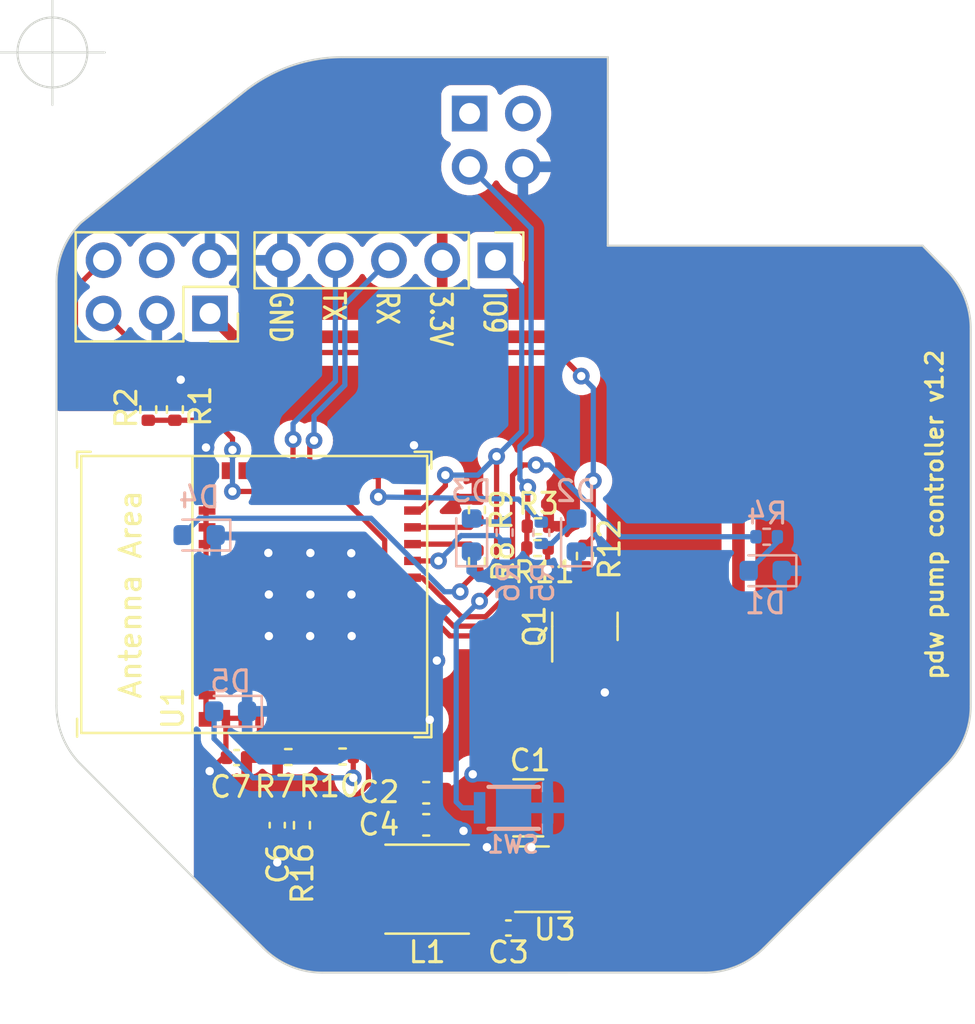
<source format=kicad_pcb>
(kicad_pcb (version 20240108) (generator "pcbnew") (generator_version "8.0")
  (layers (0 "F.Cu" signal) (31 "B.Cu" signal) (34 "B.Paste" user) (35 "F.Paste" user) (36 "B.SilkS" user "B.Silkscreen") (37 "F.SilkS" user "F.Silkscreen") (38 "B.Mask" user) (39 "F.Mask" user) (44 "Edge.Cuts" user))
  (net 0 "")
  (net 1 "GND")
  (net 2 "Net-(U3-BST)")
  (net 3 "Net-(U3-SW)")
  (net 4 "Net-(U1-EN{slash}CHIP_PU)")
  (net 5 "Net-(D1-A)")
  (net 6 "Net-(D2-A)")
  (net 7 "Net-(D3-A)")
  (net 8 "Net-(D4-A)")
  (net 9 "Net-(D5-A)")
  (net 12 "Net-(Q1-D)")
  (net 13 "Net-(U1-GPIO2{slash}ADC1_CH2)")
  (net 14 "Net-(U1-GPIO8)")
  (net 17 "+3.3V")
  (net 20 "/GPIO9")
  (net 21 "+12V")
  (net 22 "/MOTOR_TEMP")
  (net 23 "/MOTOR")
  (net 24 "+5V")
  (net 25 "/GPIO0")
  (net 26 "/U0RXD")
  (net 27 "/U0TXD")
  (net 28 "/MOTOR_IO")
  (net 29 "/MOTOR_TEMP_3_3")
  (net 35 "/LED1")
  (net 36 "/LED2")
  (net 37 "/LED3")
  (net 38 "/LED4")
  (net 39 "/LED5")
  (net 42 "/PIPE_TEMP")
  (footprint "Resistor_SMD:R_0402_1005Metric" (layer "F.Cu") (at 206.82 112.89 90)
    (property "Reference" "R12" (at 0.325 1.175 90) (layer "F.SilkS"))
    (property "Value" "680R")
    (pad "1" smd roundrect (at -0.51 0 90) (size 0.54 0.64) (layers "F.Cu" "F.Paste" "F.Mask") (net 12 "Net-(Q1-D)"))
    (pad "2" smd roundrect (at 0.51 0 90) (size 0.54 0.64) (layers "F.Cu" "F.Paste" "F.Mask") (net 23 "/MOTOR"))
  )
  (footprint "Package_TO_SOT_SMD:TSOT-23-6" (layer "F.Cu") (at 204.295 128.29 180)
    (property "Reference" "U3" (at -1.0875 -2.4 0) (layer "F.SilkS"))
    (property "Value" "AP63203WU")
    (pad "1" smd roundrect (at -1.1375 -0.95 180) (size 1.325 0.6) (layers "F.Cu" "F.Paste" "F.Mask") (net 17 "+3.3V"))
    (pad "2" smd roundrect (at -1.1375 0 180) (size 1.325 0.6) (layers "F.Cu" "F.Paste" "F.Mask") (net 21 "+12V"))
    (pad "3" smd roundrect (at -1.1375 0.95 180) (size 1.325 0.6) (layers "F.Cu" "F.Paste" "F.Mask") (net 21 "+12V"))
    (pad "4" smd roundrect (at 1.1375 0.95 180) (size 1.325 0.6) (layers "F.Cu" "F.Paste" "F.Mask") (net 1 "GND"))
    (pad "5" smd roundrect (at 1.1375 0 180) (size 1.325 0.6) (layers "F.Cu" "F.Paste" "F.Mask") (net 3 "Net-(U3-SW)"))
    (pad "6" smd roundrect (at 1.1375 -0.95 180) (size 1.325 0.6) (layers "F.Cu" "F.Paste" "F.Mask") (net 2 "Net-(U3-BST)"))
  )
  (footprint "Resistor_SMD:R_0402_1005Metric" (layer "F.Cu") (at 204.58 111.47 180)
    (property "Reference" "R3" (at -0.025 1.075 0) (layer "F.SilkS"))
    (property "Value" "10K")
    (pad "1" smd roundrect (at -0.51 0 180) (size 0.54 0.64) (layers "F.Cu" "F.Paste" "F.Mask") (net 17 "+3.3V"))
    (pad "2" smd roundrect (at 0.51 0 180) (size 0.54 0.64) (layers "F.Cu" "F.Paste" "F.Mask") (net 42 "/PIPE_TEMP"))
  )
  (footprint "Resistor_SMD:R_0402_1005Metric" (layer "F.Cu") (at 204.56 112.51)
    (property "Reference" "R11" (at 0.325 1.15 180) (layer "F.SilkS"))
    (property "Value" "DNF")
    (pad "1" smd roundrect (at -0.51 0) (size 0.54 0.64) (layers "F.Cu" "F.Paste" "F.Mask") (net 42 "/PIPE_TEMP"))
    (pad "2" smd roundrect (at 0.51 0) (size 0.54 0.64) (layers "F.Cu" "F.Paste" "F.Mask") (net 1 "GND"))
  )
  (footprint "Package_TO_SOT_SMD:SOT-23" (layer "F.Cu") (at 206.82 116.24 90)
    (property "Reference" "Q1" (at 0 -2.4 90) (layer "F.SilkS"))
    (property "Value" "AO3400A")
    (pad "1" smd roundrect (at -0.9375 -0.95 90) (size 1.475 0.6) (layers "F.Cu" "F.Paste" "F.Mask") (net 28 "/MOTOR_IO"))
    (pad "2" smd roundrect (at -0.9375 0.95 90) (size 1.475 0.6) (layers "F.Cu" "F.Paste" "F.Mask") (net 1 "GND"))
    (pad "3" smd roundrect (at 0.9375 0 90) (size 1.475 0.6) (layers "F.Cu" "F.Paste" "F.Mask") (net 12 "Net-(Q1-D)"))
  )
  (footprint "Capacitor_SMD:C_1210_3225Metric" (layer "F.Cu") (at 204.12 124.89 180)
    (property "Reference" "C1" (at -0.0875 2.2625 0) (layer "F.SilkS"))
    (property "Value" "10u")
    (pad "1" smd roundrect (at -1.475 0 180) (size 1.15 2.7) (layers "F.Cu" "F.Paste" "F.Mask") (roundrect_rratio 0.2173913043) (net 21 "+12V"))
    (pad "2" smd roundrect (at 1.475 0 180) (size 1.15 2.7) (layers "F.Cu" "F.Paste" "F.Mask") (roundrect_rratio 0.2173913043) (net 1 "GND"))
  )
  (footprint "Connector_PinSocket_2.54mm:PinSocket_2x03_P2.54mm_Vertical" (layer "F.Cu") (at 188.9384 101.3306 -90)
    (property "Reference" "J1" (hide yes))
    (property "Value" "Conn_02x03_Odd_Even" (hide yes))
    (pad "1" thru_hole rect (at 0 0 270) (size 1.7 1.7) (drill 1) (layers "*.Cu" "*.Mask") (net 21 "+12V"))
    (pad "2" thru_hole oval (at -2.54 0 270) (size 1.7 1.7) (drill 1) (layers "*.Cu" "*.Mask") (net 1 "GND"))
    (pad "3" thru_hole oval (at 0 2.54 270) (size 1.7 1.7) (drill 1) (layers "*.Cu" "*.Mask") (net 1 "GND"))
    (pad "4" thru_hole oval (at -2.54 2.54 270) (size 1.7 1.7) (drill 1) (layers "*.Cu" "*.Mask") (net 24 "+5V"))
    (pad "5" thru_hole oval (at 0 5.08 270) (size 1.7 1.7) (drill 1) (layers "*.Cu" "*.Mask") (net 23 "/MOTOR"))
    (pad "6" thru_hole oval (at -2.54 5.08 270) (size 1.7 1.7) (drill 1) (layers "*.Cu" "*.Mask") (net 22 "/MOTOR_TEMP"))
  )
  (footprint "Espressif:ESP32-C3-MINI-1" (layer "F.Cu") (at 193.6966 114.7218 90)
    (property "Reference" "U1" (at -5.4182 -6.5266 90) (layer "F.SilkS"))
    (property "Value" "ESP32-C3-MINI-1" (hide yes))
    (fp_text user "Antenna Area" (at 0 -8.55 90) (layer "F.SilkS"))
    (pad "1" smd rect (at -5.9 -4 180) (size 0.4 0.8) (layers "F.Cu" "F.Paste" "F.Mask") (net 1 "GND"))
    (pad "2" smd rect (at -5.9 -3.2 180) (size 0.4 0.8) (layers "F.Cu" "F.Paste" "F.Mask") (net 1 "GND"))
    (pad "3" smd rect (at -5.9 -2.4 180) (size 0.4 0.8) (layers "F.Cu" "F.Paste" "F.Mask") (net 17 "+3.3V"))
    (pad "4" smd rect (at -5.9 -1.6 180) (size 0.4 0.8) (layers "F.Cu" "F.Paste" "F.Mask"))
    (pad "5" smd rect (at -5.9 -0.8 180) (size 0.4 0.8) (layers "F.Cu" "F.Paste" "F.Mask") (net 13 "Net-(U1-GPIO2{slash}ADC1_CH2)"))
    (pad "6" smd rect (at -5.9 0 180) (size 0.4 0.8) (layers "F.Cu" "F.Paste" "F.Mask") (net 39 "/LED5"))
    (pad "7" smd rect (at -5.9 0.8 180) (size 0.4 0.8) (layers "F.Cu" "F.Paste" "F.Mask"))
    (pad "8" smd rect (at -5.9 1.6 180) (size 0.4 0.8) (layers "F.Cu" "F.Paste" "F.Mask") (net 4 "Net-(U1-EN{slash}CHIP_PU)"))
    (pad "9" smd rect (at -5.9 2.4 180) (size 0.4 0.8) (layers "F.Cu" "F.Paste" "F.Mask"))
    (pad "10" smd rect (at -5.9 3.2 180) (size 0.4 0.8) (layers "F.Cu" "F.Paste" "F.Mask"))
    (pad "11" smd rect (at -5.9 4 180) (size 0.4 0.8) (layers "F.Cu" "F.Paste" "F.Mask") (net 1 "GND"))
    (pad "12" smd rect (at -4.8 4.9 90) (size 0.4 0.8) (layers "F.Cu" "F.Paste" "F.Mask") (net 25 "/GPIO0"))
    (pad "13" smd rect (at -4 4.9 90) (size 0.4 0.8) (layers "F.Cu" "F.Paste" "F.Mask") (net 29 "/MOTOR_TEMP_3_3"))
    (pad "14" smd rect (at -3.2 4.9 90) (size 0.4 0.8) (layers "F.Cu" "F.Paste" "F.Mask") (net 1 "GND"))
    (pad "15" smd rect (at -2.4 4.9 90) (size 0.4 0.8) (layers "F.Cu" "F.Paste" "F.Mask"))
    (pad "16" smd rect (at -1.6 4.9 90) (size 0.4 0.8) (layers "F.Cu" "F.Paste" "F.Mask") (net 28 "/MOTOR_IO"))
    (pad "17" smd rect (at -0.8 4.9 90) (size 0.4 0.8) (layers "F.Cu" "F.Paste" "F.Mask"))
    (pad "18" smd rect (at 0 4.9 90) (size 0.4 0.8) (layers "F.Cu" "F.Paste" "F.Mask") (net 42 "/PIPE_TEMP"))
    (pad "19" smd rect (at 0.8 4.9 90) (size 0.4 0.8) (layers "F.Cu" "F.Paste" "F.Mask") (net 35 "/LED1"))
    (pad "20" smd rect (at 1.6 4.9 90) (size 0.4 0.8) (layers "F.Cu" "F.Paste" "F.Mask") (net 37 "/LED3"))
    (pad "21" smd rect (at 2.4 4.9 90) (size 0.4 0.8) (layers "F.Cu" "F.Paste" "F.Mask") (net 38 "/LED4"))
    (pad "22" smd rect (at 3.2 4.9 90) (size 0.4 0.8) (layers "F.Cu" "F.Paste" "F.Mask") (net 14 "Net-(U1-GPIO8)"))
    (pad "23" smd rect (at 4 4.9 90) (size 0.4 0.8) (layers "F.Cu" "F.Paste" "F.Mask") (net 20 "/GPIO9"))
    (pad "24" smd rect (at 4.8 4.9 90) (size 0.4 0.8) (layers "F.Cu" "F.Paste" "F.Mask"))
    (pad "25" smd rect (at 5.9 4 180) (size 0.4 0.8) (layers "F.Cu" "F.Paste" "F.Mask"))
    (pad "26" smd rect (at 5.9 3.2 180) (size 0.4 0.8) (layers "F.Cu" "F.Paste" "F.Mask") (net 36 "/LED2"))
    (pad "27" smd rect (at 5.9 2.4 180) (size 0.4 0.8) (layers "F.Cu" "F.Paste" "F.Mask"))
    (pad "28" smd rect (at 5.9 1.6 180) (size 0.4 0.8) (layers "F.Cu" "F.Paste" "F.Mask"))
    (pad "29" smd rect (at 5.9 0.8 180) (size 0.4 0.8) (layers "F.Cu" "F.Paste" "F.Mask"))
    (pad "30" smd rect (at 5.9 0 180) (size 0.4 0.8) (layers "F.Cu" "F.Paste" "F.Mask") (net 26 "/U0RXD"))
    (pad "31" smd rect (at 5.9 -0.8 180) (size 0.4 0.8) (layers "F.Cu" "F.Paste" "F.Mask") (net 27 "/U0TXD"))
    (pad "32" smd rect (at 5.9 -1.6 180) (size 0.4 0.8) (layers "F.Cu" "F.Paste" "F.Mask"))
    (pad "33" smd rect (at 5.9 -2.4 180) (size 0.4 0.8) (layers "F.Cu" "F.Paste" "F.Mask"))
    (pad "34" smd rect (at 5.9 -3.2 180) (size 0.4 0.8) (layers "F.Cu" "F.Paste" "F.Mask"))
    (pad "35" smd rect (at 5.9 -4 180) (size 0.4 0.8) (layers "F.Cu" "F.Paste" "F.Mask"))
    (pad "36" smd rect (at -5.95 -4.95 180) (size 0.7 0.7) (layers "F.Cu" "F.Paste" "F.Mask") (net 1 "GND"))
    (pad "36" smd rect (at -5.95 4.95 180) (size 0.7 0.7) (layers "F.Cu" "F.Paste" "F.Mask") (net 1 "GND"))
    (pad "36" smd rect (at -4.8 -4.9 90) (size 0.4 0.8) (layers "F.Cu" "F.Paste" "F.Mask") (net 1 "GND"))
    (pad "36" smd rect (at -4 -4.9 90) (size 0.4 0.8) (layers "F.Cu" "F.Paste" "F.Mask") (net 1 "GND"))
    (pad "36" smd rect (at -3.2 -4.9 90) (size 0.4 0.8) (layers "F.Cu" "F.Paste" "F.Mask") (net 1 "GND"))
    (pad "36" smd rect (at -2.4 -4.9 90) (size 0.4 0.8) (layers "F.Cu" "F.Paste" "F.Mask") (net 1 "GND"))
    (pad "36" smd custom (at -1.975 -1.975 90) (size 0.8 0.8) (layers "F.Cu" "F.Paste" "F.Mask") (net 1 "GND") (options (clearance outline) (anchor rect)) (primitives (gr_poly (pts (xy 0.725 0.725) (xy -0.725 0.725) (xy -0.725 -0.125) (xy -0.125 -0.725) (xy 0.725 -0.725)) (width 0) (fill yes))))
    (pad "36" smd rect (at -1.975 0 180) (size 1.45 1.45) (layers "F.Cu" "F.Paste" "F.Mask") (net 1 "GND"))
    (pad "36" smd rect (at -1.975 1.975 180) (size 1.45 1.45) (layers "F.Cu" "F.Paste" "F.Mask") (net 1 "GND"))
    (pad "36" smd rect (at -1.6 -4.9 90) (size 0.4 0.8) (layers "F.Cu" "F.Paste" "F.Mask") (net 1 "GND"))
    (pad "36" smd rect (at -0.8 -4.9 90) (size 0.4 0.8) (layers "F.Cu" "F.Paste" "F.Mask") (net 1 "GND"))
    (pad "36" smd rect (at 0 -4.9 90) (size 0.4 0.8) (layers "F.Cu" "F.Paste" "F.Mask") (net 1 "GND"))
    (pad "36" smd rect (at 0 -1.975 180) (size 1.45 1.45) (layers "F.Cu" "F.Paste" "F.Mask") (net 1 "GND"))
    (pad "36" smd rect (at 0 0 180) (size 1.45 1.45) (layers "F.Cu" "F.Paste" "F.Mask") (net 1 "GND"))
    (pad "36" smd rect (at 0 1.975 180) (size 1.45 1.45) (layers "F.Cu" "F.Paste" "F.Mask") (net 1 "GND"))
    (pad "36" smd rect (at 0.8 -4.9 90) (size 0.4 0.8) (layers "F.Cu" "F.Paste" "F.Mask") (net 1 "GND"))
    (pad "36" smd rect (at 1.6 -4.9 90) (size 0.4 0.8) (layers "F.Cu" "F.Paste" "F.Mask") (net 1 "GND"))
    (pad "36" smd rect (at 1.975 -1.975 180) (size 1.45 1.45) (layers "F.Cu" "F.Paste" "F.Mask") (net 1 "GND"))
    (pad "36" smd rect (at 1.975 0 180) (size 1.45 1.45) (layers "F.Cu" "F.Paste" "F.Mask") (net 1 "GND"))
    (pad "36" smd rect (at 1.975 1.975 180) (size 1.45 1.45) (layers "F.Cu" "F.Paste" "F.Mask") (net 1 "GND"))
    (pad "36" smd rect (at 2.4 -4.9 90) (size 0.4 0.8) (layers "F.Cu" "F.Paste" "F.Mask") (net 1 "GND"))
    (pad "36" smd rect (at 3.2 -4.9 90) (size 0.4 0.8) (layers "F.Cu" "F.Paste" "F.Mask") (net 1 "GND"))
    (pad "36" smd rect (at 4 -4.9 90) (size 0.4 0.8) (layers "F.Cu" "F.Paste" "F.Mask") (net 1 "GND"))
    (pad "36" smd rect (at 4.8 -4.9 90) (size 0.4 0.8) (layers "F.Cu" "F.Paste" "F.Mask") (net 1 "GND"))
    (pad "36" smd rect (at 5.95 -4.95 180) (size 0.7 0.7) (layers "F.Cu" "F.Paste" "F.Mask") (net 1 "GND"))
    (pad "36" smd rect (at 5.95 4.95 180) (size 0.7 0.7) (layers "F.Cu" "F.Paste" "F.Mask") (net 1 "GND"))
  )
  (footprint "Connector_PinHeader_2.54mm:PinHeader_2x02_P2.54mm_Horizontal" (layer "F.Cu") (at 201.32 91.8)
    (property "Reference" "J3" (hide yes))
    (property "Value" "Conn_02x02_Odd_Even" (hide yes))
    (pad "1" thru_hole rect (at 0 0) (size 1.7 1.7) (drill 1) (layers "*.Cu" "*.Mask"))
    (pad "2" thru_hole oval (at 2.54 0) (size 1.7 1.7) (drill 1) (layers "*.Cu" "*.Mask"))
    (pad "3" thru_hole oval (at 0 2.54) (size 1.7 1.7) (drill 1) (layers "*.Cu" "*.Mask") (net 42 "/PIPE_TEMP"))
    (pad "4" thru_hole oval (at 2.54 2.54) (size 1.7 1.7) (drill 1) (layers "*.Cu" "*.Mask") (net 1 "GND"))
  )
  (footprint "Resistor_SMD:R_0402_1005Metric" (layer "F.Cu") (at 185.992 105.908 -90)
    (property "Reference" "R1" (at -0.16 -2.48 90) (layer "F.SilkS"))
    (property "Value" "10k")
    (pad "1" smd roundrect (at -0.51 0 270) (size 0.54 0.64) (layers "F.Cu" "F.Paste" "F.Mask") (net 22 "/MOTOR_TEMP"))
    (pad "2" smd roundrect (at 0.51 0 270) (size 0.54 0.64) (layers "F.Cu" "F.Paste" "F.Mask") (net 29 "/MOTOR_TEMP_3_3"))
  )
  (footprint "Resistor_SMD:R_0402_1005Metric" (layer "F.Cu") (at 195.263 122.4434)
    (property "Reference" "R10" (at -0.633 1.4166 0) (layer "F.SilkS"))
    (property "Value" "68R")
    (pad "1" smd roundrect (at -0.51 0) (size 0.54 0.64) (layers "F.Cu" "F.Paste" "F.Mask") (net 39 "/LED5"))
    (pad "2" smd roundrect (at 0.51 0) (size 0.54 0.64) (layers "F.Cu" "F.Paste" "F.Mask") (net 9 "Net-(D5-A)"))
  )
  (footprint "Resistor_SMD:R_0402_1005Metric" (layer "F.Cu") (at 192.6722 122.4688)
    (property "Reference" "R7" (at -0.6222 1.4112 0) (layer "F.SilkS"))
    (property "Value" "10K")
    (pad "1" smd roundrect (at -0.51 0) (size 0.54 0.64) (layers "F.Cu" "F.Paste" "F.Mask") (net 17 "+3.3V"))
    (pad "2" smd roundrect (at 0.51 0) (size 0.54 0.64) (layers "F.Cu" "F.Paste" "F.Mask") (net 13 "Net-(U1-GPIO2{slash}ADC1_CH2)"))
  )
  (footprint "Connector_PinHeader_2.54mm:PinHeader_1x05_P2.54mm_Vertical" (layer "F.Cu") (at 202.5528 98.796 -90)
    (property "Reference" "J2" (hide yes))
    (property "Value" "Conn_01x05_Male" (hide yes))
    (pad "1" thru_hole rect (at 0 0 270) (size 1.7 1.7) (drill 1) (layers "*.Cu" "*.Mask") (net 20 "/GPIO9"))
    (pad "2" thru_hole oval (at 0 2.54 270) (size 1.7 1.7) (drill 1) (layers "*.Cu" "*.Mask") (net 17 "+3.3V"))
    (pad "3" thru_hole oval (at 0 5.08 270) (size 1.7 1.7) (drill 1) (layers "*.Cu" "*.Mask") (net 26 "/U0RXD"))
    (pad "4" thru_hole oval (at 0 7.62 270) (size 1.7 1.7) (drill 1) (layers "*.Cu" "*.Mask") (net 27 "/U0TXD"))
    (pad "5" thru_hole oval (at 0 10.16 270) (size 1.7 1.7) (drill 1) (layers "*.Cu" "*.Mask") (net 1 "GND"))
  )
  (footprint "Capacitor_SMD:C_0603_1608Metric" (layer "F.Cu") (at 199.25 125.7)
    (property "Reference" "C4" (at -2.26 -0.01 0) (layer "F.SilkS"))
    (property "Value" "22u")
    (pad "1" smd roundrect (at -0.775 0) (size 0.9 0.95) (layers "F.Cu" "F.Paste" "F.Mask") (net 17 "+3.3V"))
    (pad "2" smd roundrect (at 0.775 0) (size 0.9 0.95) (layers "F.Cu" "F.Paste" "F.Mask") (net 1 "GND"))
  )
  (footprint "Capacitor_SMD:C_0603_1608Metric" (layer "F.Cu") (at 199.25 124.17)
    (property "Reference" "C2" (at -2.26 -0.03 0) (layer "F.SilkS"))
    (property "Value" "22u")
    (pad "1" smd roundrect (at -0.775 0) (size 0.9 0.95) (layers "F.Cu" "F.Paste" "F.Mask") (net 17 "+3.3V"))
    (pad "2" smd roundrect (at 0.775 0) (size 0.9 0.95) (layers "F.Cu" "F.Paste" "F.Mask") (net 1 "GND"))
  )
  (footprint "Resistor_SMD:R_0402_1005Metric" (layer "F.Cu") (at 187.262 105.908 90)
    (property "Reference" "R2" (at 0.08 -2.32 90) (layer "F.SilkS"))
    (property "Value" "10k")
    (pad "1" smd roundrect (at -0.51 0 90) (size 0.54 0.64) (layers "F.Cu" "F.Paste" "F.Mask") (net 29 "/MOTOR_TEMP_3_3"))
    (pad "2" smd roundrect (at 0.51 0 90) (size 0.54 0.64) (layers "F.Cu" "F.Paste" "F.Mask") (net 1 "GND"))
  )
  (footprint "Capacitor_SMD:C_0402_1005Metric" (layer "F.Cu") (at 192.145 125.715 -90)
    (property "Reference" "C6" (at 1.82381 -0.04 90) (layer "F.SilkS"))
    (property "Value" "10u")
    (pad "1" smd roundrect (at -0.48 0 270) (size 0.56 0.62) (layers "F.Cu" "F.Paste" "F.Mask") (net 4 "Net-(U1-EN{slash}CHIP_PU)"))
    (pad "2" smd roundrect (at 0.48 0 270) (size 0.56 0.62) (layers "F.Cu" "F.Paste" "F.Mask") (net 1 "GND"))
  )
  (footprint "Resistor_SMD:R_0402_1005Metric" (layer "F.Cu") (at 201.67 110.69 -90)
    (property "Reference" "R9" (at 0 -1.17 90) (layer "F.SilkS"))
    (property "Value" "10K")
    (pad "1" smd roundrect (at -0.51 0 270) (size 0.54 0.64) (layers "F.Cu" "F.Paste" "F.Mask") (net 17 "+3.3V"))
    (pad "2" smd roundrect (at 0.51 0 270) (size 0.54 0.64) (layers "F.Cu" "F.Paste" "F.Mask") (net 14 "Net-(U1-GPIO8)"))
  )
  (footprint "Capacitor_SMD:C_0402_1005Metric" (layer "F.Cu") (at 203.17 130.615 180)
    (property "Reference" "C3" (at 0 -1.16 0) (layer "F.SilkS"))
    (property "Value" "10u")
    (pad "1" smd roundrect (at -0.48 0 180) (size 0.56 0.62) (layers "F.Cu" "F.Paste" "F.Mask") (net 2 "Net-(U3-BST)"))
    (pad "2" smd roundrect (at 0.48 0 180) (size 0.56 0.62) (layers "F.Cu" "F.Paste" "F.Mask") (net 3 "Net-(U3-SW)"))
  )
  (footprint "Resistor_SMD:R_0402_1005Metric" (layer "F.Cu") (at 193.322 125.7198 90)
    (property "Reference" "R16" (at -2.3 0.02 90) (layer "F.SilkS"))
    (property "Value" "10K")
    (pad "1" smd roundrect (at -0.51 0 90) (size 0.54 0.64) (layers "F.Cu" "F.Paste" "F.Mask") (net 17 "+3.3V"))
    (pad "2" smd roundrect (at 0.51 0 90) (size 0.54 0.64) (layers "F.Cu" "F.Paste" "F.Mask") (net 4 "Net-(U1-EN{slash}CHIP_PU)"))
  )
  (footprint "Capacitor_SMD:C_0402_1005Metric" (layer "F.Cu") (at 190.2084 122.4942 180)
    (property "Reference" "C7" (at 0.2884 -1.3958 0) (layer "F.SilkS"))
    (property "Value" "100n")
    (pad "1" smd roundrect (at -0.48 0 180) (size 0.56 0.62) (layers "F.Cu" "F.Paste" "F.Mask") (net 17 "+3.3V"))
    (pad "2" smd roundrect (at 0.48 0 180) (size 0.56 0.62) (layers "F.Cu" "F.Paste" "F.Mask") (net 1 "GND"))
  )
  (footprint "Inductor_SMD:L_Abracon_ASPI-4030S" (layer "F.Cu") (at 199.295 128.765 180)
    (property "Reference" "L1" (at 0 -3 0) (layer "F.SilkS"))
    (property "Value" "4.7uH")
    (pad "1" smd roundrect (at -1.5 0 180) (size 1.1 3.4) (layers "F.Cu" "F.Paste" "F.Mask") (roundrect_rratio 0.1) (net 3 "Net-(U3-SW)"))
    (pad "2" smd roundrect (at 1.5 0 180) (size 1.1 3.4) (layers "F.Cu" "F.Paste" "F.Mask") (roundrect_rratio 0.1) (net 17 "+3.3V"))
  )
  (footprint "Resistor_SMD:R_0402_1005Metric" (layer "F.Cu") (at 201.67 113.14 -90)
    (property "Reference" "R8" (at 0 -1.25 90) (layer "F.SilkS"))
    (property "Value" "4R7")
    (pad "1" smd roundrect (at -0.51 0 270) (size 0.54 0.64) (layers "F.Cu" "F.Paste" "F.Mask") (net 38 "/LED4"))
    (pad "2" smd roundrect (at 0.51 0 270) (size 0.54 0.64) (layers "F.Cu" "F.Paste" "F.Mask") (net 8 "Net-(D4-A)"))
  )
  (footprint "Resistor_SMD:R_0402_1005Metric" (layer "B.Cu") (at 204.74 111.78 -90)
    (property "Reference" "R5" (at 2.36 -0.086 -90) (layer "B.SilkS") (effects (justify mirror)))
    (property "Value" "4R7")
    (pad "1" smd roundrect (at -0.51 0 270) (size 0.54 0.64) (layers "B.Cu" "B.Paste" "B.Mask") (net 36 "/LED2"))
    (pad "2" smd roundrect (at 0.51 0 270) (size 0.54 0.64) (layers "B.Cu" "B.Paste" "B.Mask") (net 6 "Net-(D2-A)"))
  )
  (footprint "LED_SMD:LED_0603_1608Metric" (layer "B.Cu") (at 188.42 111.89 180)
    (property "Reference" "D4" (at 0 1.8 0) (layer "B.SilkS") (effects (justify mirror)))
    (property "Value" "LED")
    (pad "1" smd roundrect (at -0.7875 0 180) (size 0.875 0.95) (layers "B.Cu" "B.Paste" "B.Mask") (net 1 "GND"))
    (pad "2" smd roundrect (at 0.7875 0 180) (size 0.875 0.95) (layers "B.Cu" "B.Paste" "B.Mask") (net 8 "Net-(D4-A)"))
  )
  (footprint "Resistor_SMD:R_0402_1005Metric" (layer "B.Cu") (at 215.49 111.97)
    (property "Reference" "R4" (at 0.02 -1.11 0) (layer "B.SilkS") (effects (justify mirror)))
    (property "Value" "4R7")
    (pad "1" smd roundrect (at -0.51 0) (size 0.54 0.64) (layers "B.Cu" "B.Paste" "B.Mask") (net 35 "/LED1"))
    (pad "2" smd roundrect (at 0.51 0) (size 0.54 0.64) (layers "B.Cu" "B.Paste" "B.Mask") (net 5 "Net-(D1-A)"))
  )
  (footprint "LED_SMD:LED_0603_1608Metric" (layer "B.Cu") (at 201.42 111.89 90)
    (property "Reference" "D3" (at 2.09 -0.01 180) (layer "B.SilkS") (effects (justify mirror)))
    (property "Value" "LED")
    (pad "1" smd roundrect (at -0.7875 0 90) (size 0.875 0.95) (layers "B.Cu" "B.Paste" "B.Mask") (net 1 "GND"))
    (pad "2" smd roundrect (at 0.7875 0 90) (size 0.875 0.95) (layers "B.Cu" "B.Paste" "B.Mask") (net 7 "Net-(D3-A)"))
  )
  (footprint "LED_SMD:LED_0603_1608Metric" (layer "B.Cu") (at 215.42 113.59 180)
    (property "Reference" "D1" (at -0.01 -1.55 0) (layer "B.SilkS") (effects (justify mirror)))
    (property "Value" "LED")
    (pad "1" smd roundrect (at -0.7875 0 180) (size 0.875 0.95) (layers "B.Cu" "B.Paste" "B.Mask") (net 1 "GND"))
    (pad "2" smd roundrect (at 0.7875 0 180) (size 0.875 0.95) (layers "B.Cu" "B.Paste" "B.Mask") (net 5 "Net-(D1-A)"))
  )
  (footprint "LED_SMD:LED_0603_1608Metric" (layer "B.Cu") (at 189.92 120.29 180)
    (property "Reference" "D5" (at 0 1.43 0) (layer "B.SilkS") (effects (justify mirror)))
    (property "Value" "LED")
    (pad "1" smd roundrect (at -0.7875 0 180) (size 0.875 0.95) (layers "B.Cu" "B.Paste" "B.Mask") (net 1 "GND"))
    (pad "2" smd roundrect (at 0.7875 0 180) (size 0.875 0.95) (layers "B.Cu" "B.Paste" "B.Mask") (net 9 "Net-(D5-A)"))
  )
  (footprint "LED_SMD:LED_0603_1608Metric" (layer "B.Cu") (at 206.42 111.89 90)
    (property "Reference" "D2" (at 2.1 -0.02 180) (layer "B.SilkS") (effects (justify mirror)))
    (property "Value" "LED")
    (pad "1" smd roundrect (at -0.7875 0 90) (size 0.875 0.95) (layers "B.Cu" "B.Paste" "B.Mask") (net 1 "GND"))
    (pad "2" smd roundrect (at 0.7875 0 90) (size 0.875 0.95) (layers "B.Cu" "B.Paste" "B.Mask") (net 6 "Net-(D2-A)"))
  )
  (footprint "Resistor_SMD:R_0402_1005Metric" (layer "B.Cu") (at 202.99 111.77 90)
    (property "Reference" "R6" (at -2.37 0.18 -90) (layer "B.SilkS") (effects (justify mirror)))
    (property "Value" "4R7")
    (pad "1" smd roundrect (at -0.51 0 90) (size 0.54 0.64) (layers "B.Cu" "B.Paste" "B.Mask") (net 37 "/LED3"))
    (pad "2" smd roundrect (at 0.51 0 90) (size 0.54 0.64) (layers "B.Cu" "B.Paste" "B.Mask") (net 7 "Net-(D3-A)"))
  )
  (footprint "utility-meter:TS193206BK701SMTTR67" (layer "B.Cu") (at 203.42 124.89 180)
    (property "Reference" "SW1" (at 0.025 -1.75 0) (layer "B.SilkS") (effects (font (size 0.8 0.8)) (justify mirror)))
    (property "Value" "SW_Push" (hide yes))
    (pad "1" smd rect (at -1.625 0 180) (size 0.55 1.5) (layers "B.Cu" "B.Paste" "B.Mask") (net 1 "GND"))
    (pad "2" smd rect (at 1.625 0 180) (size 0.55 1.5) (layers "B.Cu" "B.Paste" "B.Mask") (net 20 "/GPIO9"))
  )
  (gr_arc (start 190.620001 90.71649) (mid 192.810973 89.52659) (end 195.27 89.115) (stroke (width 0.1)) (layer "Edge.Cuts"))
  (gr_line (start 212.545 132.738579) (end 194.295 132.74) (stroke (width 0.1)) (layer "Edge.Cuts"))
  (gr_line (start 207.915 89.115) (end 195.27 89.115) (stroke (width 0.1)) (layer "Edge.Cuts"))
  (gr_arc (start 215.344999 131.578781) (mid 214.060349 132.437157) (end 212.545 132.738579) (stroke (width 0.1)) (layer "Edge.Cuts"))
  (gr_line (start 225.220001 102.055349) (end 225.22 120.04) (stroke (width 0.1)) (layer "Edge.Cuts"))
  (gr_line (start 207.915 89.115) (end 207.91 98.1) (stroke (width 0.1)) (layer "Edge.Cuts"))
  (gr_line (start 182.771422 122.815) (end 191.495 131.580203) (stroke (width 0.1)) (layer "Edge.Cuts"))
  (gr_line (start 224.060203 122.84) (end 215.344999 131.578781) (stroke (width 0.1)) (layer "Edge.Cuts"))
  (gr_line (start 222.928376 98.1) (end 224.060203 99.25535) (stroke (width 0.1)) (layer "Edge.Cuts"))
  (gr_arc (start 194.295 132.74) (mid 192.779651 132.438579) (end 191.495 131.580203) (stroke (width 0.1)) (layer "Edge.Cuts"))
  (gr_line (start 190.620001 90.71649) (end 182.779797 97.005349) (stroke (width 0.1)) (layer "Edge.Cuts"))
  (gr_arc (start 182.771422 122.815) (mid 181.913046 121.53035) (end 181.611624 120.015001) (stroke (width 0.1)) (layer "Edge.Cuts"))
  (gr_arc (start 181.62 99.805349) (mid 181.921421 98.29) (end 182.779797 97.005349) (stroke (width 0.1)) (layer "Edge.Cuts"))
  (gr_arc (start 225.22 120.04) (mid 224.918579 121.555349) (end 224.060203 122.84) (stroke (width 0.1)) (layer "Edge.Cuts"))
  (gr_arc (start 224.060203 99.25535) (mid 224.918579 100.54) (end 225.220001 102.055349) (stroke (width 0.1)) (layer "Edge.Cuts"))
  (gr_line (start 207.91 98.1) (end 222.928376 98.1) (stroke (width 0.1)) (layer "Edge.Cuts"))
  (gr_line (start 181.62 99.805349) (end 181.611624 120.015001) (stroke (width 0.1)) (layer "Edge.Cuts"))
  (gr_text "RX" (at 197.402 101.075676 270) (layer "F.SilkS") (effects (font (size 1 0.8))))
  (gr_text "IO9" (at 202.502 101.2852 270) (layer "F.SilkS") (effects (font (size 1 0.8))))
  (gr_text "pdw pump controller v1.2" (at 223.97 118.865 90) (layer "F.SilkS") (effects (font (size 0.8 0.8) (thickness 0.15) (bold yes)) (justify left bottom)))
  (gr_text "3.3V" (at 199.952 101.589962 270) (layer "F.SilkS") (effects (font (size 1 0.8))))
  (gr_text "GND" (at 192.302 101.509962 270) (layer "F.SilkS") (effects (font (size 1 0.8))))
  (gr_text "TX" (at 194.852 100.980438 270) (layer "F.SilkS") (effects (font (size 1 0.8))))
  (target plus (at 181.42 88.89) (size 5) (width 0.1) (layer "Edge.Cuts"))
  (segment (start 189.6966 122.4624) (end 189.7284 122.4942) (width 0.25) (layer "F.Cu") (net 1))
  (segment (start 188.7466 107.7166) (end 188.7466 108.7718) (width 0.25) (layer "F.Cu") (net 1))
  (segment (start 199.7084 117.9218) (end 199.7588 117.8714) (width 0.25) (layer "F.Cu") (net 1))
  (segment (start 189.5658 122.4942) (end 188.92 123.14) (width 0.25) (layer "F.Cu") (net 1))
  (segment (start 198.6648 120.69) (end 198.6466 120.6718) (width 0.25) (layer "F.Cu") (net 1))
  (segment (start 198.6466 108.7718) (end 198.6466 107.6298) (width 0.25) (layer "F.Cu") (net 1))
  (segment (start 188.7966 120.6218) (end 188.7466 120.6718) (width 0.25) (layer "F.Cu") (net 1))
  (segment (start 197.6966 120.6218) (end 198.5966 120.6218) (width 0.25) (layer "F.Cu") (net 1))
  (segment (start 207.77 119.39) (end 207.77 117.1775) (width 0.25) (layer "F.Cu") (net 1))
  (segment (start 198.5966 120.6218) (end 198.6466 120.6718) (width 0.25) (layer "F.Cu") (net 1))
  (segment (start 205.045 113.54) (end 205.045 112.535) (width 0.25) (layer "F.Cu") (net 1))
  (segment (start 199.42 120.69) (end 198.6648 120.69) (width 0.25) (layer "F.Cu") (net 1))
  (segment (start 189.7284 122.4942) (end 189.5658 122.4942) (width 0.25) (layer "F.Cu") (net 1))
  (segment (start 188.7966 114.7218) (end 191.7216 114.7218) (width 0.25) (layer "F.Cu") (net 1))
  (segment (start 191.7216 112.7468) (end 191.7216 116.6968) (width 0.25) (layer "F.Cu") (net 1))
  (segment (start 192.145 127.49) (end 192.145 126.195) (width 0.25) (layer "F.Cu") (net 1))
  (segment (start 187.262 104.765) (end 187.262 105.398) (width 0.25) (layer "F.Cu") (net 1))
  (segment (start 190.4966 120.6218) (end 188.7966 120.6218) (width 0.25) (layer "F.Cu") (net 1))
  (segment (start 198.5966 117.9218) (end 199.7084 117.9218) (width 0.25) (layer "F.Cu") (net 1))
  (segment (start 189.6966 120.6218) (end 189.6966 122.4624) (width 0.25) (layer "F.Cu") (net 1))
  (segment (start 188.7466 120.6718) (end 188.7466 108.873) (width 0.25) (layer "F.Cu") (net 1))
  (segment (start 191.7216 112.7468) (end 195.6716 112.7468) (width 0.25) (layer "F.Cu") (net 1))
  (segment (start 198.6466 107.6298) (end 198.6666 107.6098) (width 0.25) (layer "F.Cu") (net 1))
  (segment (start 187.5414 104.4856) (end 187.262 104.765) (width 0.25) (layer "F.Cu") (net 1))
  (segment (start 205.045 112.535) (end 205.07 112.51) (width 0.25) (layer "F.Cu") (net 1))
  (via (at 192.145 127.49) (size 0.8) (drill 0.4) (layers "F.Cu" "B.Cu") (net 1))
  (via (at 191.72 112.74) (size 0.8) (drill 0.4) (layers "F.Cu" "B.Cu") (net 1))
  (via (at 204.27 126.765) (size 0.8) (drill 0.4) (layers "F.Cu" "B.Cu") (net 1))
  (via (at 201.47 123.29) (size 0.8) (drill 0.4) (layers "F.Cu" "B.Cu") (net 1))
  (via (at 195.6848 114.723) (size 0.8) (drill 0.4) (layers "F.Cu" "B.Cu") (net 1))
  (via (at 199.42 120.69) (size 0.8) (drill 0.4) (layers "F.Cu" "B.Cu") (net 1))
  (via (at 188.92 123.14) (size 0.8) (drill 0.4) (layers "F.Cu" "B.Cu") (net 1))
  (via (at 188.7466 107.7166) (size 0.8) (drill 0.4) (layers "F.Cu" "B.Cu") (net 1))
  (via (at 199.7588 117.8714) (size 0.8) (drill 0.4) (layers "F.Cu" "B.Cu") (net 1))
  (via (at 191.7448 114.723) (size 0.8) (drill 0.4) (layers "F.Cu" "B.Cu") (net 1))
  (via (at 193.7248 112.743) (size 0.8) (drill 0.4) (layers "F.Cu" "B.Cu") (net 1))
  (via (at 205.045 113.54) (size 0.8) (drill 0.4) (layers "F.Cu" "B.Cu") (net 1))
  (via (at 207.77 119.39) (size 0.8) (drill 0.4) (layers "F.Cu" "B.Cu") (net 1))
  (via (at 191.7448 116.703) (size 0.8) (drill 0.4) (layers "F.Cu" "B.Cu") (net 1))
  (via (at 195.6748 112.753) (size 0.8) (drill 0.4) (layers "F.Cu" "B.Cu") (net 1))
  (via (at 201.03015 125.98648) (size 0.8) (drill 0.4) (layers "F.Cu" "B.Cu") (net 1))
  (via (at 202.145 126.765) (size 0.8) (drill 0.4) (layers "F.Cu" "B.Cu") (net 1))
  (via (at 193.7148 116.703) (size 0.8) (drill 0.4) (layers "F.Cu" "B.Cu") (net 1))
  (via (at 195.6948 116.703) (size 0.8) (drill 0.4) (layers "F.Cu" "B.Cu") (net 1))
  (via (at 198.6666 107.6098) (size 0.8) (drill 0.4) (layers "F.Cu" "B.Cu") (net 1))
  (via (at 187.5414 104.4856) (size 0.8) (drill 0.4) (layers "F.Cu" "B.Cu") (net 1))
  (via (at 193.7248 114.723) (size 0.8) (drill 0.4) (layers "F.Cu" "B.Cu") (net 1))
  (segment (start 193.7248 116.693) (end 193.7148 116.703) (width 0.25) (layer "B.Cu") (net 1))
  (segment (start 203.65 129.7325) (end 203.65 130.615) (width 0.25) (layer "F.Cu") (net 2))
  (segment (start 203.1575 129.24) (end 203.65 129.7325) (width 0.25) (layer "F.Cu") (net 2))
  (segment (start 192.145 125.235) (end 192.1702 125.2098) (width 0.25) (layer "F.Cu") (net 4))
  (segment (start 196.496 123.759705) (end 195.045905 125.2098) (width 0.25) (layer "F.Cu") (net 4))
  (segment (start 196.496 122.195862) (end 196.496 123.759705) (width 0.25) (layer "F.Cu") (net 4))
  (segment (start 195.595 121.64) (end 195.940138 121.64) (width 0.25) (layer "F.Cu") (net 4))
  (segment (start 195.045905 125.2098) (end 193.322 125.2098) (width 0.25) (layer "F.Cu") (net 4))
  (segment (start 195.2966 121.3416) (end 195.595 121.64) (width 0.25) (layer "F.Cu") (net 4))
  (segment (start 195.2966 120.6218) (end 195.2966 121.3416) (width 0.25) (layer "F.Cu") (net 4))
  (segment (start 192.1702 125.2098) (end 193.322 125.2098) (width 0.25) (layer "F.Cu") (net 4))
  (segment (start 195.940138 121.64) (end 196.496 122.195862) (width 0.25) (layer "F.Cu") (net 4))
  (segment (start 214.6325 113.59) (end 216 112.2225) (width 0.25) (layer "B.Cu") (net 5))
  (segment (start 216 112.2225) (end 216 111.97) (width 0.25) (layer "B.Cu") (net 5))
  (segment (start 204.74 112.29) (end 205.2325 112.29) (width 0.25) (layer "B.Cu") (net 6))
  (segment (start 205.2325 112.29) (end 206.42 111.1025) (width 0.25) (layer "B.Cu") (net 6))
  (segment (start 201.5775 111.26) (end 201.42 111.1025) (width 0.25) (layer "B.Cu") (net 7))
  (segment (start 202.99 111.26) (end 201.5775 111.26) (width 0.25) (layer "B.Cu") (net 7))
  (segment (start 200.87 114.59) (end 200.87 114.45) (width 0.25) (layer "F.Cu") (net 8))
  (segment (start 200.87 114.45) (end 201.67 113.65) (width 0.25) (layer "F.Cu") (net 8))
  (via (at 200.87 114.59) (size 0.8) (drill 0.4) (layers "F.Cu" "B.Cu") (net 8))
  (segment (start 188.4325 111.09) (end 187.6325 111.89) (width 0.25) (layer "B.Cu") (net 8))
  (segment (start 200.12 114.59) (end 196.62 111.09) (width 0.25) (layer "B.Cu") (net 8))
  (segment (start 200.87 114.59) (end 200.12 114.59) (width 0.25) (layer "B.Cu") (net 8))
  (segment (start 196.62 111.09) (end 188.4325 111.09) (width 0.25) (layer "B.Cu") (net 8))
  (segment (start 195.771 123.4594) (end 195.771 122.4454) (width 0.25) (layer "F.Cu") (net 9))
  (segment (start 195.771 122.4454) (end 195.773 122.4434) (width 0.25) (layer "F.Cu") (net 9))
  (via (at 195.771 123.4594) (size 0.8) (drill 0.4) (layers "F.Cu" "B.Cu") (net 9))
  (segment (start 189.1325 121.5961) (end 189.1325 120.29) (width 0.25) (layer "B.Cu") (net 9))
  (segment (start 195.771 123.4594) (end 190.9958 123.4594) (width 0.25) (layer "B.Cu") (net 9))
  (segment (start 190.9958 123.4594) (end 189.1325 121.5961) (width 0.25) (layer "B.Cu") (net 9))
  (segment (start 206.82 113.4) (end 206.82 115.3025) (width 0.25) (layer "F.Cu") (net 12))
  (segment (start 192.8966 120.6218) (end 192.8966 122.1832) (width 0.25) (layer "F.Cu") (net 13))
  (segment (start 192.8966 122.1832) (end 193.1822 122.4688) (width 0.25) (layer "F.Cu") (net 13))
  (segment (start 201.3482 111.5218) (end 201.67 111.2) (width 0.25) (layer "F.Cu") (net 14))
  (segment (start 198.5966 111.5218) (end 201.3482 111.5218) (width 0.25) (layer "F.Cu") (net 14))
  (segment (start 191.2966 121.886) (end 190.6884 122.4942) (width 0.25) (layer "F.Cu") (net 17))
  (segment (start 193.352 126.2598) (end 193.302 126.2098) (width 0.25) (layer "F.Cu") (net 17))
  (segment (start 191.2966 120.6218) (end 191.2966 121.886) (width 0.25) (layer "F.Cu") (net 17))
  (segment (start 200.1652 109.5402) (end 200.1652 109.0322) (width 0.25) (layer "F.Cu") (net 20))
  (segment (start 202.607003 114.226697) (end 202.607003 108.139797) (width 0.25) (layer "F.Cu") (net 20))
  (segment (start 198.5966 110.7218) (end 198.9836 110.7218) (width 0.25) (layer "F.Cu") (net 20))
  (segment (start 199.8858 109.8196) (end 200.1652 109.5402) (width 0.25) (layer "F.Cu") (net 20))
  (segment (start 201.795 115.0387) (end 202.607003 114.226697) (width 0.25) (layer "F.Cu") (net 20))
  (segment (start 198.9836 110.7218) (end 199.8858 109.8196) (width 0.25) (layer "F.Cu") (net 20))
  (via (at 201.795 115.0387) (size 0.8) (drill 0.4) (layers "F.Cu" "B.Cu") (net 20))
  (via (at 200.1652 109.0322) (size 0.8) (drill 0.4) (layers "F.Cu" "B.Cu") (net 20))
  (via (at 202.607003 108.139797) (size 0.8) (drill 0.4) (layers "F.Cu" "B.Cu") (net 20))
  (segment (start 200.97 124.89) (end 201.795 124.89) (width 0.25) (layer "B.Cu") (net 20))
  (segment (start 201.7146 109.0322) (end 200.1652 109.0322) (width 0.25) (layer "B.Cu") (net 20))
  (segment (start 203.805 106.9418) (end 203.805 100.0482) (width 0.25) (layer "B.Cu") (net 20))
  (segment (start 200.68 116.1537) (end 200.68 124.6) (width 0.25) (layer "B.Cu") (net 20))
  (segment (start 203.805 100.0482) (end 202.5528 98.796) (width 0.25) (layer "B.Cu") (net 20))
  (segment (start 202.607003 108.139797) (end 201.7146 109.0322) (width 0.25) (layer "B.Cu") (net 20))
  (segment (start 202.607003 108.139797) (end 203.805 106.9418) (width 0.25) (layer "B.Cu") (net 20))
  (segment (start 201.795 115.0387) (end 200.68 116.1537) (width 0.25) (layer "B.Cu") (net 20))
  (segment (start 200.68 124.6) (end 200.97 124.89) (width 0.25) (layer "B.Cu") (net 20))
  (segment (start 190.0478 102.44) (end 208.62 102.44) (width 0.6) (layer "F.Cu") (net 21))
  (segment (start 214.145 119.565) (end 208.82 124.89) (width 0.6) (layer "F.Cu") (net 21))
  (segment (start 208.62 102.44) (end 214.145 107.965) (width 0.6) (layer "F.Cu") (net 21))
  (segment (start 208.82 124.89) (end 205.595 124.89) (width 0.6) (layer "F.Cu") (net 21))
  (segment (start 188.9384 101.3306) (end 190.0478 102.44) (width 0.6) (layer "F.Cu") (net 21))
  (segment (start 205.4325 128.29) (end 205.4325 125.0525) (width 0.6) (layer "F.Cu") (net 21))
  (segment (start 214.145 107.965) (end 214.145 119.565) (width 0.6) (layer "F.Cu") (net 21))
  (segment (start 205.4325 125.0525) (end 205.595 124.89) (width 0.25) (layer "F.Cu") (net 21))
  (segment (start 185.703 105.398) (end 185.992 105.398) (width 0.25) (layer "F.Cu") (net 22))
  (segment (start 183.8584 98.7906) (end 182.52 100.129) (width 0.25) (layer "F.Cu") (net 22))
  (segment (start 182.52 102.215) (end 185.703 105.398) (width 0.25) (layer "F.Cu") (net 22))
  (segment (start 182.52 100.129) (end 182.52 102.215) (width 0.25) (layer "F.Cu") (net 22))
  (segment (start 207.22 111.98) (end 206.82 112.38) (width 0.25) (layer "F.Cu") (net 23))
  (segment (start 206.645 104.3145) (end 205.5205 103.19) (width 0.25) (layer "F.Cu") (net 23))
  (segment (start 185.7178 103.19) (end 183.8584 101.3306) (width 0.25) (layer "F.Cu") (net 23))
  (segment (start 205.5205 103.19) (end 185.7178 103.19) (width 0.25) (layer "F.Cu") (net 23))
  (segment (start 207.22 109.3) (end 207.22 111.98) (width 0.25) (layer "F.Cu") (net 23))
  (via (at 207.22 109.3) (size 0.8) (drill 0.4) (layers "F.Cu" "B.Cu") (net 23))
  (via (at 206.645 104.3145) (size 0.8) (drill 0.4) (layers "F.Cu" "B.Cu") (net 23))
  (segment (start 207.22 104.8895) (end 206.645 104.3145) (width 0.25) (layer "B.Cu") (net 23))
  (segment (start 207.22 109.3) (end 207.22 104.8895) (width 0.25) (layer "B.Cu") (net 23))
  (segment (start 193.6966 108.8218) (end 193.6966 107.585254) (width 0.25) (layer "F.Cu") (net 26))
  (segment (start 193.6966 107.585254) (end 193.898921 107.382933) (width 0.25) (layer "F.Cu") (net 26))
  (via (at 193.898921 107.382933) (size 0.8) (drill 0.4) (layers "F.Cu" "B.Cu") (net 26))
  (segment (start 193.898921 106.215475) (end 195.37 104.744396) (width 0.25) (layer "B.Cu") (net 26))
  (segment (start 195.37 100.8988) (end 197.4728 98.796) (width 0.25) (layer "B.Cu") (net 26))
  (segment (start 195.37 104.744396) (end 195.37 100.8988) (width 0.25) (layer "B.Cu") (net 26))
  (segment (start 193.898921 107.382933) (end 193.898921 106.215475) (width 0.25) (layer "B.Cu") (net 26))
  (segment (start 192.8966 108.8218) (end 192.8966 107.3346) (width 0.25) (layer "F.Cu") (net 27))
  (segment (start 192.8966 107.3346) (end 192.9008 107.3304) (width 0.25) (layer "F.Cu") (net 27))
  (via (at 192.9008 107.3304) (size 0.8) (drill 0.4) (layers "F.Cu" "B.Cu") (net 27))
  (segment (start 194.92 98.8088) (end 194.9328 98.796) (width 0.25) (layer "B.Cu") (net 27))
  (segment (start 194.92 104.558) (end 194.92 98.8088) (width 0.25) (layer "B.Cu") (net 27))
  (segment (start 192.9008 106.5772) (end 194.92 104.558) (width 0.25) (layer "B.Cu") (net 27))
  (segment (start 192.9008 107.3304) (end 192.9008 106.5772) (width 0.25) (layer "B.Cu") (net 27))
  (segment (start 198.5966 116.3218) (end 200.010204 116.3218) (width 0.25) (layer "F.Cu") (net 28))
  (segment (start 205.3883 116.6958) (end 205.87 117.1775) (width 0.25) (layer "F.Cu") (net 28))
  (segment (start 200.384204 116.6958) (end 205.3883 116.6958) (width 0.25) (layer "F.Cu") (net 28))
  (segment (start 200.010204 116.3218) (end 200.384204 116.6958) (width 0.25) (layer "F.Cu") (net 28))
  (segment (start 190.008348 109.810794) (end 194.949394 109.810794) (width 0.25) (layer "F.Cu") (net 29))
  (segment (start 190.009972 107.279972) (end 189.148 106.418) (width 0.25) (layer "F.Cu") (net 29))
  (segment (start 197.27 112.1314) (end 197.27 118.0452) (width 0.25) (layer "F.Cu") (net 29))
  (segment (start 190.009972 107.833116) (end 190.009972 107.279972) (width 0.25) (layer "F.Cu") (net 29))
  (segment (start 197.27 118.0452) (end 197.9466 118.7218) (width 0.25) (layer "F.Cu") (net 29))
  (segment (start 194.949394 109.810794) (end 197.27 112.1314) (width 0.25) (layer "F.Cu") (net 29))
  (segment (start 185.992 106.418) (end 187.262 106.418) (width 0.25) (layer "F.Cu") (net 29))
  (segment (start 189.148 106.418) (end 187.262 106.418) (width 0.25) (layer "F.Cu") (net 29))
  (segment (start 197.9466 118.7218) (end 198.5966 118.7218) (width 0.25) (layer "F.Cu") (net 29))
  (via (at 190.009972 107.833116) (size 0.8) (drill 0.4) (layers "F.Cu" "B.Cu") (net 29))
  (via (at 190.008348 109.810794) (size 0.8) (drill 0.4) (layers "F.Cu" "B.Cu") (net 29))
  (segment (start 190.009972 107.833116) (end 190.008348 107.83474) (width 0.25) (layer "B.Cu") (net 29))
  (segment (start 190.008348 107.83474) (end 190.008348 109.810794) (width 0.25) (layer "B.Cu") (net 29))
  (segment (start 204.49 108.55) (end 203.87 108.55) (width 0.25) (layer "F.Cu") (net 35))
  (segment (start 199.0618 113.9218) (end 198.5966 113.9218) (width 0.25) (layer "F.Cu") (net 35))
  (segment (start 200.92 115.78) (end 199.0618 113.9218) (width 0.25) (layer "F.Cu") (net 35))
  (segment (start 202.079005 115.78) (end 200.92 115.78) (width 0.25) (layer "F.Cu") (net 35))
  (segment (start 203.368712 109.051288) (end 203.368712 114.490293) (width 0.25) (layer "F.Cu") (net 35))
  (segment (start 203.87 108.55) (end 203.368712 109.051288) (width 0.25) (layer "F.Cu") (net 35))
  (segment (start 203.368712 114.490293) (end 202.079005 115.78) (width 0.25) (layer "F.Cu") (net 35))
  (via (at 204.49 108.55) (size 0.8) (drill 0.4) (layers "F.Cu" "B.Cu") (net 35))
  (segment (start 204.49 108.55) (end 205.11754 108.55) (width 0.25) (layer "B.Cu") (net 35))
  (segment (start 208.53754 111.97) (end 214.98 111.97) (width 0.25) (layer "B.Cu") (net 35))
  (segment (start 205.11754 108.55) (end 208.53754 111.97) (width 0.25) (layer "B.Cu") (net 35))
  (segment (start 196.9648 110.0736) (end 196.9648 108.89) (width 0.25) (layer "F.Cu") (net 36))
  (segment (start 196.9648 108.89) (end 196.8966 108.8218) (width 0.25) (layer "F.Cu") (net 36))
  (via (at 196.9648 110.0736) (size 0.8) (drill 0.4) (layers "F.Cu" "B.Cu") (net 36))
  (segment (start 203.6452 110.1752) (end 196.9648 110.0736) (width 0.25) (layer "B.Cu") (net 36))
  (segment (start 204.74 111.27) (end 203.6452 110.1752) (width 0.25) (layer "B.Cu") (net 36))
  (segment (start 199.3274 113.1216) (end 199.3272 113.1218) (width 0.25) (layer "F.Cu") (net 37))
  (segment (start 199.3272 113.1218) (end 198.5966 113.1218) (width 0.25) (layer "F.Cu") (net 37))
  (segment (start 199.835 113.1216) (end 199.3274 113.1216) (width 0.25) (layer "F.Cu") (net 37))
  (via (at 199.835 113.1216) (size 0.8) (drill 0.4) (layers "F.Cu" "B.Cu") (net 37))
  (segment (start 199.835 113.1216) (end 200.62 112.3366) (width 0.25) (layer "B.Cu") (net 37))
  (segment (start 202.625 111.915) (end 202.99 112.28) (width 0.25) (layer "B.Cu") (net 37))
  (segment (start 200.62 112.2096) (end 200.9146 111.915) (width 0.25) (layer "B.Cu") (net 37))
  (segment (start 200.62 112.3366) (end 200.62 112.2096) (width 0.25) (layer "B.Cu") (net 37))
  (segment (start 200.9146 111.915) (end 202.625 111.915) (width 0.25) (layer "B.Cu") (net 37))
  (segment (start 201.3618 112.3218) (end 198.5966 112.3218) (width 0.25) (layer "F.Cu") (net 38))
  (segment (start 201.67 112.63) (end 201.3618 112.3218) (width 0.25) (layer "F.Cu") (net 38))
  (segment (start 193.6966 120.6218) (end 193.6966 121.387) (width 0.25) (layer "F.Cu") (net 39))
  (segment (start 193.6966 121.387) (end 194.753 122.4434) (width 0.25) (layer "F.Cu") (net 39))
  (segment (start 204.093712 111.446288) (end 204.07 111.47) (width 0.25) (layer "F.Cu") (net 42))
  (segment (start 204.05 114.69) (end 204.05 112.51) (width 0.25) (layer "F.Cu") (net 42))
  (segment (start 204.093712 109.605584) (end 204.093712 111.446288) (width 0.25) (layer "F.Cu") (net 42))
  (segment (start 204.05 111.49) (end 204.07 111.47) (width 0.25) (layer "F.Cu") (net 42))
  (segment (start 200.5548 116.23) (end 202.51 116.23) (width 0.25) (layer "F.Cu") (net 42))
  (segment (start 204.05 112.51) (end 204.05 111.49) (width 0.25) (layer "F.Cu") (net 42))
  (segment (start 198.5966 114.7218) (end 199.0466 114.7218) (width 0.25) (layer "F.Cu") (net 42))
  (segment (start 202.51 116.23) (end 204.05 114.69) (width 0.25) (layer "F.Cu") (net 42))
  (segment (start 199.0466 114.7218) (end 200.5548 116.23) (width 0.25) (layer "F.Cu") (net 42))
  (via (at 204.093712 109.605584) (size 0.8) (drill 0.4) (layers "F.Cu" "B.Cu") (net 42))
  (segment (start 203.72 107.663196) (end 204.255 107.128196) (width 0.25) (layer "B.Cu") (net 42))
  (segment (start 203.72 109.231872) (end 203.72 107.663196) (width 0.25) (layer "B.Cu") (net 42))
  (segment (start 204.255 97.275) (end 201.32 94.34) (width 0.25) (layer "B.Cu") (net 42))
  (segment (start 204.093712 109.605584) (end 203.72 109.231872) (width 0.25) (layer "B.Cu") (net 42))
  (segment (start 204.255 107.128196) (end 204.255 97.275) (width 0.25) (layer "B.Cu") (net 42))
  (zone (net 17) (net_name "+3.3V") (layer "F.Cu") (connect_pads (clearance 0.508)) (min_thickness 0.254) (fill yes (thermal_gap 0.508) (thermal_bridge_width 0.508))
    (polygon (pts (xy 225.44 132.87) (xy 181.42 132.87) (xy 181.42 88.88) (xy 225.44 88.88)))
  )
  (zone (net 3) (net_name "Net-(U3-SW)") (layer "F.Cu") (priority 2) (connect_pads yes (clearance 0.254)) (min_thickness 0.254) (fill yes (thermal_gap 0.508) (thermal_bridge_width 0.508))
    (polygon (pts (xy 199.395 126.59) (xy 200.97 126.59) (xy 202.195 127.815) (xy 203.995 127.815) (xy 203.995 131.09) (xy 199.395 131.09)))
  )
  (zone (net 1) (net_name "GND") (layer "F.Cu") (priority 1) (connect_pads yes (clearance 0.254)) (min_thickness 0.254) (fill yes (thermal_gap 0.508) (thermal_bridge_width 0.508))
    (polygon (pts (xy 199.47 126.24) (xy 199.47 124.615) (xy 201.27 123.215) (xy 204.97 123.215) (xy 204.97 129.94) (xy 204.02 129.94) (xy 202.207252 127.806636)))
  )
  (zone (net 0) (net_name "") (layers "F.Cu" "B.Cu") (connect_pads (clearance 0)) (min_thickness 0.254)
    (keepout (tracks allowed) (vias allowed) (pads allowed) (copperpour not_allowed) (footprints allowed))
    (fill (thermal_gap 0.508) (thermal_bridge_width 0.508))
    (polygon (pts (xy 188.1662 135.1882) (xy 181.4962 135.1882) (xy 181.4962 105.9768) (xy 188.1662 105.9768)))
  )
  (zone (net 1) (net_name "GND") (layer "B.Cu") (connect_pads (clearance 0.508)) (min_thickness 0.254) (fill yes (thermal_gap 0.508) (thermal_bridge_width 0.508))
    (polygon (pts (xy 225.44 132.87) (xy 181.42 132.87) (xy 181.42 88.88) (xy 225.44 88.88)))
  )
)
</source>
